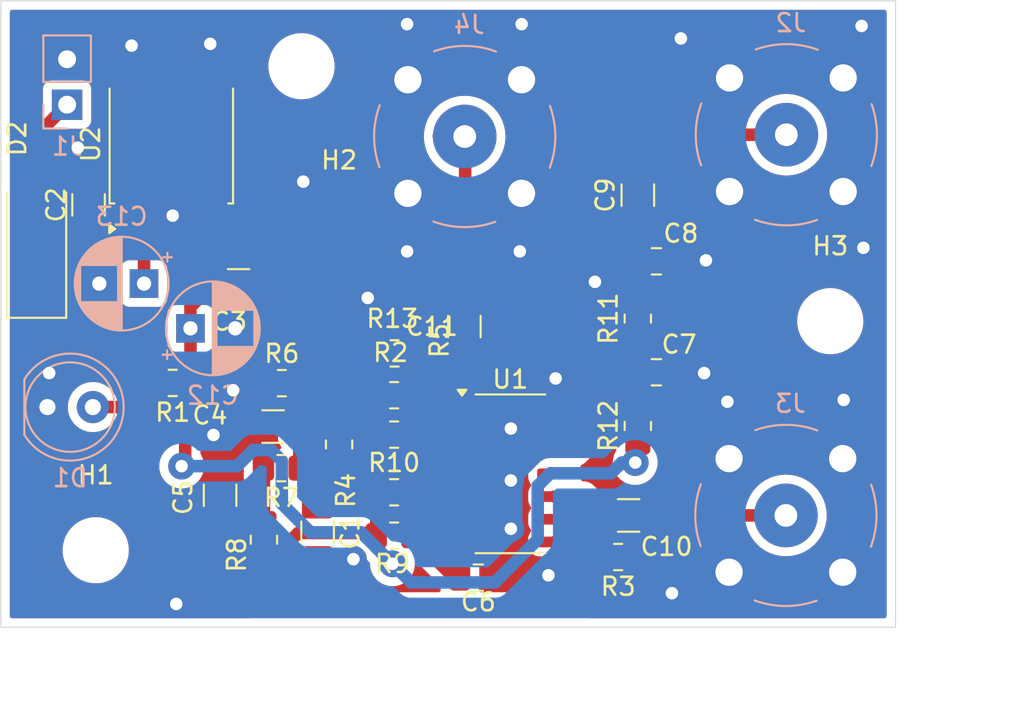
<source format=kicad_pcb>
(kicad_pcb (version 20240108) (generator "pcbnew") (generator_version "8.0")
  (layers (0 "F.Cu" power) (31 "B.Cu" signal) (34 "B.Paste" user) (35 "F.Paste" user) (36 "B.SilkS" user "B.Silkscreen") (37 "F.SilkS" user "F.Silkscreen") (38 "B.Mask" user) (39 "F.Mask" user) (44 "Edge.Cuts" user))
  (net 0 "")
  (net 1 "Net-(U1-SIG_IN)")
  (net 2 "GND")
  (net 3 "/V_IN")
  (net 4 "+12V")
  (net 5 "Net-(C4-Pad1)")
  (net 6 "Net-(D2-A)")
  (net 7 "Net-(C6-Pad1)")
  (net 8 "/OUTPUT")
  (net 9 "/CARRIER")
  (net 10 "Net-(D1-A)")
  (net 11 "Net-(R13-Pad1)")
  (net 12 "Net-(U1-GAIN_ADJ_2)")
  (net 13 "Net-(U1-IN_CARRIER)")
  (net 14 "Net-(U1-BIAS)")
  (net 15 "Net-(U1-GAIN_ADJ)")
  (net 20 "/OUPUT_B")
  (net 21 "/OUTPUT_A")
  (net 22 "/CARRIER_A")
  (net 23 "/SSB_A")
  (net 24 "/SSB")
  (footprint "MountingHole:MountingHole_3.2mm_M3" (layer "F.Cu") (at 183.35 106.6)
    (property "Reference" "H3" (at 0 -4.2 0) (layer "F.SilkS"))
    (property "Value" "MountingHole")
    (pad "" np_thru_hole circle (at 0 0) (size 3.2 3.2) (drill 3.2) (layers "*.Cu" "*.Mask"))
  )
  (footprint "Resistor_SMD:R_0805_2012Metric_Pad1.20x1.40mm_HandSolder" (layer "F.Cu") (at 152.675 114.8125 180)
    (property "Reference" "R7" (at 0 -1.65 0) (layer "F.SilkS"))
    (property "Value" "820")
    (pad "1" smd roundrect (at -1 0 180) (size 1.2 1.4) (layers "F.Cu" "F.Paste" "F.Mask") (roundrect_rratio 0.208333) (net 5 "Net-(C4-Pad1)"))
    (pad "2" smd roundrect (at 1 0 180) (size 1.2 1.4) (layers "F.Cu" "F.Paste" "F.Mask") (roundrect_rratio 0.208333) (net 13 "Net-(U1-IN_CARRIER)"))
  )
  (footprint "Resistor_SMD:R_0805_2012Metric_Pad1.20x1.40mm_HandSolder" (layer "F.Cu") (at 151.7 118.8125 90)
    (property "Reference" "R8" (at -0.845 -1.52 90) (layer "F.SilkS"))
    (property "Value" "1.3k")
    (pad "1" smd roundrect (at -1 0 90) (size 1.2 1.4) (layers "F.Cu" "F.Paste" "F.Mask") (roundrect_rratio 0.208333) (net 4 "+12V"))
    (pad "2" smd roundrect (at 1 0 90) (size 1.2 1.4) (layers "F.Cu" "F.Paste" "F.Mask") (roundrect_rratio 0.208333) (net 13 "Net-(U1-IN_CARRIER)"))
  )
  (footprint "Resistor_SMD:R_0805_2012Metric_Pad1.20x1.40mm_HandSolder" (layer "F.Cu") (at 171.495 119.78 180)
    (property "Reference" "R3" (at 0 -1.65 0) (layer "F.SilkS"))
    (property "Value" "51")
    (pad "1" smd roundrect (at -1 0 180) (size 1.2 1.4) (layers "F.Cu" "F.Paste" "F.Mask") (roundrect_rratio 0.208333) (net 22 "/CARRIER_A"))
    (pad "2" smd roundrect (at 1 0 180) (size 1.2 1.4) (layers "F.Cu" "F.Paste" "F.Mask") (roundrect_rratio 0.208333) (net 13 "Net-(U1-IN_CARRIER)"))
  )
  (footprint "Resistor_SMD:R_0805_2012Metric_Pad1.20x1.40mm_HandSolder" (layer "F.Cu") (at 158.975 110.7375)
    (property "Reference" "R13" (at -0.095 -4.28 0) (layer "F.SilkS"))
    (property "Value" "51")
    (pad "1" smd roundrect (at -1 0) (size 1.2 1.4) (layers "F.Cu" "F.Paste" "F.Mask") (roundrect_rratio 0.208333) (net 11 "Net-(R13-Pad1)"))
    (pad "2" smd roundrect (at 1 0) (size 1.2 1.4) (layers "F.Cu" "F.Paste" "F.Mask") (roundrect_rratio 0.208333) (net 15 "Net-(U1-GAIN_ADJ)"))
  )
  (footprint "Inductor_SMD:L_1206_3216Metric_Pad1.42x1.75mm_HandSolder" (layer "F.Cu") (at 149.25 116.325 90)
    (property "Reference" "C5" (at -0.1325 -2.07 90) (layer "F.SilkS"))
    (property "Value" "100n")
    (pad "1" smd roundrect (at -1.4875 0 90) (size 1.425 1.75) (layers "F.Cu" "F.Paste" "F.Mask") (roundrect_rratio 0.175439) (net 13 "Net-(U1-IN_CARRIER)"))
    (pad "2" smd roundrect (at 1.4875 0 90) (size 1.425 1.75) (layers "F.Cu" "F.Paste" "F.Mask") (roundrect_rratio 0.175439) (net 2 "GND"))
  )
  (footprint "Inductor_SMD:L_1206_3216Metric_Pad1.42x1.75mm_HandSolder" (layer "F.Cu") (at 172.0825 117.455 180)
    (property "Reference" "C10" (at -2.1175 -1.745 0) (layer "F.SilkS"))
    (property "Value" "100n")
    (pad "1" smd roundrect (at -1.4875 0 180) (size 1.425 1.75) (layers "F.Cu" "F.Paste" "F.Mask") (roundrect_rratio 0.175439) (net 9 "/CARRIER"))
    (pad "2" smd roundrect (at 1.4875 0 180) (size 1.425 1.75) (layers "F.Cu" "F.Paste" "F.Mask") (roundrect_rratio 0.175439) (net 22 "/CARRIER_A"))
  )
  (footprint "Inductor_SMD:L_1206_3216Metric_Pad1.42x1.75mm_HandSolder" (layer "F.Cu") (at 162.9 106.9 90)
    (property "Reference" "C11" (at 0 -1.82 0) (layer "F.SilkS"))
    (property "Value" "100n")
    (pad "1" smd roundrect (at -1.4875 0 90) (size 1.425 1.75) (layers "F.Cu" "F.Paste" "F.Mask") (roundrect_rratio 0.175439) (net 23 "/SSB_A"))
    (pad "2" smd roundrect (at 1.4875 0 90) (size 1.425 1.75) (layers "F.Cu" "F.Paste" "F.Mask") (roundrect_rratio 0.175439) (net 24 "/SSB"))
  )
  (footprint "MountingHole:MountingHole_3.2mm_M3" (layer "F.Cu") (at 153.8 92.35)
    (property "Reference" "H2" (at 2.1 5.25 0) (layer "F.SilkS"))
    (property "Value" "MountingHole")
    (pad "" np_thru_hole circle (at 0 0) (size 3.2 3.2) (drill 3.2) (layers "*.Cu" "*.Mask"))
  )
  (footprint "Capacitor_SMD:C_0805_2012Metric_Pad1.18x1.45mm_HandSolder" (layer "F.Cu") (at 173.6325 103.255)
    (property "Reference" "C8" (at 1.3675 -1.555 0) (layer "F.SilkS"))
    (property "Value" "4.7n")
    (pad "1" smd roundrect (at -1.0375 0) (size 1.175 1.45) (layers "F.Cu" "F.Paste" "F.Mask") (roundrect_rratio 0.212766) (net 21 "/OUTPUT_A"))
    (pad "2" smd roundrect (at 1.0375 0) (size 1.175 1.45) (layers "F.Cu" "F.Paste" "F.Mask") (roundrect_rratio 0.212766) (net 2 "GND"))
  )
  (footprint "Diode_SMD:D_SMA_Handsoldering" (layer "F.Cu") (at 139 101.9 90)
    (property "Reference" "D2" (at 5.5 -1.1 90) (layer "F.SilkS"))
    (property "Value" "1N4007")
    (pad "1" smd roundrect (at -2.5 0 90) (size 3.5 1.8) (layers "F.Cu" "F.Paste" "F.Mask") (roundrect_rratio 0.1388888889) (net 3 "/V_IN"))
    (pad "2" smd roundrect (at 2.5 0 90) (size 3.5 1.8) (layers "F.Cu" "F.Paste" "F.Mask") (roundrect_rratio 0.1388888889) (net 6 "Net-(D2-A)"))
  )
  (footprint "Resistor_SMD:R_0805_2012Metric_Pad1.20x1.40mm_HandSolder" (layer "F.Cu") (at 172.595 106.455 90)
    (property "Reference" "R11" (at 0 -1.65 90) (layer "F.SilkS"))
    (property "Value" "1k")
    (pad "1" smd roundrect (at -1 0 90) (size 1.2 1.4) (layers "F.Cu" "F.Paste" "F.Mask") (roundrect_rratio 0.208333) (net 20 "/OUPUT_B"))
    (pad "2" smd roundrect (at 1 0 90) (size 1.2 1.4) (layers "F.Cu" "F.Paste" "F.Mask") (roundrect_rratio 0.208333) (net 21 "/OUTPUT_A"))
  )
  (footprint "Resistor_SMD:R_0805_2012Metric_Pad1.20x1.40mm_HandSolder" (layer "F.Cu") (at 159 108.4)
    (property "Reference" "R5" (at 2.505 -0.72 90) (layer "F.SilkS"))
    (property "Value" "1k")
    (pad "1" smd roundrect (at -1 0) (size 1.2 1.4) (layers "F.Cu" "F.Paste" "F.Mask") (roundrect_rratio 0.208333) (net 5 "Net-(C4-Pad1)"))
    (pad "2" smd roundrect (at 1 0) (size 1.2 1.4) (layers "F.Cu" "F.Paste" "F.Mask") (roundrect_rratio 0.208333) (net 23 "/SSB_A"))
  )
  (footprint "Inductor_SMD:L_1206_3216Metric_Pad1.42x1.75mm_HandSolder" (layer "F.Cu") (at 152.2125 112.4875 180)
    (property "Reference" "C4" (at 3.5325 0.63 0) (layer "F.SilkS"))
    (property "Value" "100n")
    (pad "1" smd roundrect (at -1.4875 0 180) (size 1.425 1.75) (layers "F.Cu" "F.Paste" "F.Mask") (roundrect_rratio 0.175439) (net 5 "Net-(C4-Pad1)"))
    (pad "2" smd roundrect (at 1.4875 0 180) (size 1.425 1.75) (layers "F.Cu" "F.Paste" "F.Mask") (roundrect_rratio 0.175439) (net 2 "GND"))
  )
  (footprint "Inductor_SMD:L_1206_3216Metric_Pad1.42x1.75mm_HandSolder" (layer "F.Cu") (at 150.2875 104.6)
    (property "Reference" "C3" (at -0.5111 2.019 360) (layer "F.SilkS"))
    (property "Value" "100n")
    (pad "1" smd roundrect (at -1.4875 0) (size 1.425 1.75) (layers "F.Cu" "F.Paste" "F.Mask") (roundrect_rratio 0.175439) (net 4 "+12V"))
    (pad "2" smd roundrect (at 1.4875 0) (size 1.425 1.75) (layers "F.Cu" "F.Paste" "F.Mask") (roundrect_rratio 0.175439) (net 2 "GND"))
  )
  (footprint "Inductor_SMD:L_1206_3216Metric_Pad1.42x1.75mm_HandSolder" (layer "F.Cu") (at 154.7 118.4 -90)
    (property "Reference" "C1" (at 0 -1.82 90) (layer "F.SilkS"))
    (property "Value" "100n")
    (pad "1" smd roundrect (at -1.4875 0 270) (size 1.425 1.75) (layers "F.Cu" "F.Paste" "F.Mask") (roundrect_rratio 0.175439) (net 1 "Net-(U1-SIG_IN)"))
    (pad "2" smd roundrect (at 1.4875 0 270) (size 1.425 1.75) (layers "F.Cu" "F.Paste" "F.Mask") (roundrect_rratio 0.175439) (net 2 "GND"))
  )
  (footprint "Capacitor_SMD:C_0805_2012Metric_Pad1.18x1.45mm_HandSolder" (layer "F.Cu") (at 173.6325 109.455)
    (property "Reference" "C7" (at 1.2675 -1.555 0) (layer "F.SilkS"))
    (property "Value" "4.7n")
    (pad "1" smd roundrect (at -1.0375 0) (size 1.175 1.45) (layers "F.Cu" "F.Paste" "F.Mask") (roundrect_rratio 0.212766) (net 20 "/OUPUT_B"))
    (pad "2" smd roundrect (at 1.0375 0) (size 1.175 1.45) (layers "F.Cu" "F.Paste" "F.Mask") (roundrect_rratio 0.212766) (net 2 "GND"))
  )
  (footprint "Resistor_SMD:R_0805_2012Metric_Pad1.20x1.40mm_HandSolder" (layer "F.Cu") (at 146.6 110.05 180)
    (property "Reference" "R1" (at 0 -1.65 0) (layer "F.SilkS"))
    (property "Value" "1k")
    (pad "1" smd roundrect (at -1 0 180) (size 1.2 1.4) (layers "F.Cu" "F.Paste" "F.Mask") (roundrect_rratio 0.208333) (net 4 "+12V"))
    (pad "2" smd roundrect (at 1 0 180) (size 1.2 1.4) (layers "F.Cu" "F.Paste" "F.Mask") (roundrect_rratio 0.208333) (net 10 "Net-(D1-A)"))
  )
  (footprint "Resistor_SMD:R_0805_2012Metric_Pad1.20x1.40mm_HandSolder" (layer "F.Cu") (at 152.7 110.0625)
    (property "Reference" "R6" (at 0 -1.65 0) (layer "F.SilkS"))
    (property "Value" "1k")
    (pad "1" smd roundrect (at -1 0) (size 1.2 1.4) (layers "F.Cu" "F.Paste" "F.Mask") (roundrect_rratio 0.208333) (net 2 "GND"))
    (pad "2" smd roundrect (at 1 0) (size 1.2 1.4) (layers "F.Cu" "F.Paste" "F.Mask") (roundrect_rratio 0.208333) (net 5 "Net-(C4-Pad1)"))
  )
  (footprint "Capacitor_SMD:C_0805_2012Metric_Pad1.18x1.45mm_HandSolder" (layer "F.Cu") (at 163.6825 120.93)
    (property "Reference" "C6" (at 0 1.37 0) (layer "F.SilkS"))
    (property "Value" "4.7n")
    (pad "1" smd roundrect (at -1.0375 0) (size 1.175 1.45) (layers "F.Cu" "F.Paste" "F.Mask") (roundrect_rratio 0.212766) (net 7 "Net-(C6-Pad1)"))
    (pad "2" smd roundrect (at 1.0375 0) (size 1.175 1.45) (layers "F.Cu" "F.Paste" "F.Mask") (roundrect_rratio 0.212766) (net 2 "GND"))
  )
  (footprint "Resistor_SMD:R_0805_2012Metric_Pad1.20x1.40mm_HandSolder" (layer "F.Cu") (at 158.975 116.1625)
    (property "Reference" "R10" (at 0 -1.65 0) (layer "F.SilkS"))
    (property "Value" "10k")
    (pad "1" smd roundrect (at -1 0) (size 1.2 1.4) (layers "F.Cu" "F.Paste" "F.Mask") (roundrect_rratio 0.208333) (net 4 "+12V"))
    (pad "2" smd roundrect (at 1 0) (size 1.2 1.4) (layers "F.Cu" "F.Paste" "F.Mask") (roundrect_rratio 0.208333) (net 14 "Net-(U1-BIAS)"))
  )
  (footprint "Inductor_SMD:L_1206_3216Metric_Pad1.42x1.75mm_HandSolder" (layer "F.Cu") (at 141.9 100.1 90)
    (property "Reference" "C2" (at 0 -1.82 90) (layer "F.SilkS"))
    (property "Value" "100n")
    (pad "1" smd roundrect (at -1.4875 0 90) (size 1.425 1.75) (layers "F.Cu" "F.Paste" "F.Mask") (roundrect_rratio 0.175439) (net 3 "/V_IN"))
    (pad "2" smd roundrect (at 1.4875 0 90) (size 1.425 1.75) (layers "F.Cu" "F.Paste" "F.Mask") (roundrect_rratio 0.175439) (net 2 "GND"))
  )
  (footprint "Inductor_SMD:L_1206_3216Metric_Pad1.42x1.75mm_HandSolder" (layer "F.Cu") (at 172.595 99.555 90)
    (property "Reference" "C9" (at 0 -1.82 90) (layer "F.SilkS"))
    (property "Value" "100n")
    (pad "1" smd roundrect (at -1.4875 0 90) (size 1.425 1.75) (layers "F.Cu" "F.Paste" "F.Mask") (roundrect_rratio 0.175439) (net 21 "/OUTPUT_A"))
    (pad "2" smd roundrect (at 1.4875 0 90) (size 1.425 1.75) (layers "F.Cu" "F.Paste" "F.Mask") (roundrect_rratio 0.175439) (net 8 "/OUTPUT"))
  )
  (footprint "Resistor_SMD:R_0805_2012Metric_Pad1.20x1.40mm_HandSolder" (layer "F.Cu") (at 155.9 113.4875 -90)
    (property "Reference" "R4" (at 2.57 -0.38 90) (layer "F.SilkS"))
    (property "Value" "1k")
    (pad "1" smd roundrect (at -1 0 270) (size 1.2 1.4) (layers "F.Cu" "F.Paste" "F.Mask") (roundrect_rratio 0.208333) (net 5 "Net-(C4-Pad1)"))
    (pad "2" smd roundrect (at 1 0 270) (size 1.2 1.4) (layers "F.Cu" "F.Paste" "F.Mask") (roundrect_rratio 0.208333) (net 1 "Net-(U1-SIG_IN)"))
  )
  (footprint "Resistor_SMD:R_0805_2012Metric_Pad1.20x1.40mm_HandSolder" (layer "F.Cu") (at 172.595 112.455 90)
    (property "Reference" "R12" (at 0 -1.65 90) (layer "F.SilkS"))
    (property "Value" "3k")
    (pad "1" smd roundrect (at -1 0 90) (size 1.2 1.4) (layers "F.Cu" "F.Paste" "F.Mask") (roundrect_rratio 0.208333) (net 4 "+12V"))
    (pad "2" smd roundrect (at 1 0 90) (size 1.2 1.4) (layers "F.Cu" "F.Paste" "F.Mask") (roundrect_rratio 0.208333) (net 20 "/OUPUT_B"))
  )
  (footprint "MountingHole:MountingHole_3.2mm_M3" (layer "F.Cu") (at 142.3 119.4)
    (property "Reference" "H1" (at 0 -4.2 0) (layer "F.SilkS"))
    (property "Value" "MountingHole")
    (pad "" np_thru_hole circle (at 0 0) (size 3.2 3.2) (drill 3.2) (layers "*.Cu" "*.Mask"))
  )
  (footprint "Package_TO_SOT_SMD:TO-252-2" (layer "F.Cu") (at 146.525 96.71 90)
    (property "Reference" "U2" (at 0 -4.5 90) (layer "F.SilkS"))
    (property "Value" "L7812")
    (pad "1" smd roundrect (at -5.04 -2.28 90) (size 2.2 1.2) (layers "F.Cu" "F.Paste" "F.Mask") (roundrect_rratio 0.208333) (net 3 "/V_IN"))
    (pad "2" smd roundrect (at -0.415 -1.525 90) (size 3.05 2.75) (layers "F.Cu" "F.Paste") (roundrect_rratio 0.090909) (net 2 "GND"))
    (pad "2" smd roundrect (at -0.415 1.525 90) (size 3.05 2.75) (layers "F.Cu" "F.Paste") (roundrect_rratio 0.090909) (net 2 "GND"))
    (pad "2" smd roundrect (at 1.26 0 90) (size 6.4 5.8) (layers "F.Cu" "F.Mask") (roundrect_rratio 0.043103) (net 2 "GND"))
    (pad "2" smd roundrect (at 2.935 -1.525 90) (size 3.05 2.75) (layers "F.Cu" "F.Paste") (roundrect_rratio 0.090909) (net 2 "GND"))
    (pad "2" smd roundrect (at 2.935 1.525 90) (size 3.05 2.75) (layers "F.Cu" "F.Paste") (roundrect_rratio 0.090909) (net 2 "GND"))
    (pad "3" smd roundrect (at -5.04 2.28 90) (size 2.2 1.2) (layers "F.Cu" "F.Paste" "F.Mask") (roundrect_rratio 0.208333) (net 4 "+12V"))
  )
  (footprint "Resistor_SMD:R_0805_2012Metric_Pad1.20x1.40mm_HandSolder" (layer "F.Cu") (at 158.975 112.9375)
    (property "Reference" "R2" (at -0.195 -4.58 0) (layer "F.SilkS"))
    (property "Value" "51")
    (pad "1" smd roundrect (at -1 0) (size 1.2 1.4) (layers "F.Cu" "F.Paste" "F.Mask") (roundrect_rratio 0.208333) (net 11 "Net-(R13-Pad1)"))
    (pad "2" smd roundrect (at 1 0) (size 1.2 1.4) (layers "F.Cu" "F.Paste" "F.Mask") (roundrect_rratio 0.208333) (net 12 "Net-(U1-GAIN_ADJ_2)"))
  )
  (footprint "Resistor_SMD:R_0805_2012Metric_Pad1.20x1.40mm_HandSolder" (layer "F.Cu") (at 158.975 118.5875)
    (property "Reference" "R9" (at -0.095 1.57 0) (layer "F.SilkS"))
    (property "Value" "3k")
    (pad "1" smd roundrect (at -1 0) (size 1.2 1.4) (layers "F.Cu" "F.Paste" "F.Mask") (roundrect_rratio 0.208333) (net 4 "+12V"))
    (pad "2" smd roundrect (at 1 0) (size 1.2 1.4) (layers "F.Cu" "F.Paste" "F.Mask") (roundrect_rratio 0.208333) (net 7 "Net-(C6-Pad1)"))
  )
  (footprint "Package_SO:SOIC-14_3.9x8.7mm_P1.27mm" (layer "F.Cu") (at 165.47 115.13)
    (property "Reference" "U1" (at 0 -5.28 0) (layer "F.SilkS"))
    (property "Value" "MC1496D")
    (pad "1" smd roundrect (at -2.475 -3.81) (size 1.95 0.6) (layers "F.Cu" "F.Paste" "F.Mask") (net 23 "/SSB_A"))
    (pad "2" smd roundrect (at -2.475 -2.54) (size 1.95 0.6) (layers "F.Cu" "F.Paste" "F.Mask") (net 15 "Net-(U1-GAIN_ADJ)"))
    (pad "3" smd roundrect (at -2.475 -1.27) (size 1.95 0.6) (layers "F.Cu" "F.Paste" "F.Mask") (net 12 "Net-(U1-GAIN_ADJ_2)"))
    (pad "4" smd roundrect (at -2.475 0) (size 1.95 0.6) (layers "F.Cu" "F.Paste" "F.Mask") (net 1 "Net-(U1-SIG_IN)"))
    (pad "5" smd roundrect (at -2.475 1.27) (size 1.95 0.6) (layers "F.Cu" "F.Paste" "F.Mask") (net 14 "Net-(U1-BIAS)"))
    (pad "6" smd roundrect (at -2.475 2.54) (size 1.95 0.6) (layers "F.Cu" "F.Paste" "F.Mask") (net 7 "Net-(C6-Pad1)"))
    (pad "7" smd roundrect (at -2.475 3.81) (size 1.95 0.6) (layers "F.Cu" "F.Paste" "F.Mask"))
    (pad "8" smd roundrect (at 2.475 3.81) (size 1.95 0.6) (layers "F.Cu" "F.Paste" "F.Mask") (net 13 "Net-(U1-IN_CARRIER)"))
    (pad "9" smd roundrect (at 2.475 2.54) (size 1.95 0.6) (layers "F.Cu" "F.Paste" "F.Mask"))
    (pad "10" smd roundrect (at 2.475 1.27) (size 1.95 0.6) (layers "F.Cu" "F.Paste" "F.Mask") (net 22 "/CARRIER_A"))
    (pad "11" smd roundrect (at 2.475 0) (size 1.95 0.6) (layers "F.Cu" "F.Paste" "F.Mask"))
    (pad "12" smd roundrect (at 2.475 -1.27) (size 1.95 0.6) (layers "F.Cu" "F.Paste" "F.Mask") (net 20 "/OUPUT_B"))
    (pad "13" smd roundrect (at 2.475 -2.54) (size 1.95 0.6) (layers "F.Cu" "F.Paste" "F.Mask"))
    (pad "14" smd roundrect (at 2.475 -3.81) (size 1.95 0.6) (layers "F.Cu" "F.Paste" "F.Mask") (net 2 "GND"))
  )
  (footprint "Connector_PinHeader_2.54mm:PinHeader_1x02_P2.54mm_Vertical" (layer "B.Cu") (at 140.7 94.5)
    (property "Reference" "J1" (at 0 2.33 0) (layer "B.SilkS") (effects (justify mirror)))
    (property "Value" "POWER")
    (pad "1" thru_hole rect (at 0 0) (size 1.7 1.7) (drill 1) (layers "*.Cu" "*.Mask") (net 6 "Net-(D2-A)"))
    (pad "2" thru_hole oval (at 0 -2.54) (size 1.7 1.7) (drill 1) (layers "*.Cu" "*.Mask") (net 2 "GND"))
  )
  (footprint "Connector_Coaxial:BNC_TEConnectivity_1478204_Vertical" (layer "B.Cu") (at 180.895 96.18 180)
    (property "Reference" "J2" (at -0.25 6.25 0) (layer "B.SilkS") (effects (justify mirror)))
    (property "Value" "OUTPUT")
    (pad "1" thru_hole circle (at 0 0 180) (size 3.556 3.556) (drill 1.27) (layers "*.Cu" "*.Mask") (net 8 "/OUTPUT"))
    (pad "2" thru_hole circle (at -3.175 -3.175 180) (size 3.81 3.81) (drill 1.524) (layers "*.Cu" "*.Mask") (net 2 "GND"))
    (pad "2" thru_hole circle (at -3.175 3.175 180) (size 3.81 3.81) (drill 1.524) (layers "*.Cu" "*.Mask") (net 2 "GND"))
    (pad "2" thru_hole circle (at 3.175 -3.175 180) (size 3.81 3.81) (drill 1.524) (layers "*.Cu" "*.Mask") (net 2 "GND"))
    (pad "2" thru_hole circle (at 3.175 3.175 180) (size 3.81 3.81) (drill 1.524) (layers "*.Cu" "*.Mask") (net 2 "GND"))
  )
  (footprint "Connector_Coaxial:BNC_TEConnectivity_1478204_Vertical" (layer "B.Cu") (at 162.92 96.28 180)
    (property "Reference" "J4" (at -0.25 6.25 0) (layer "B.SilkS") (effects (justify mirror)))
    (property "Value" "SSB_IN" (hide yes))
    (pad "1" thru_hole circle (at 0 0 180) (size 3.556 3.556) (drill 1.27) (layers "*.Cu" "*.Mask") (net 24 "/SSB"))
    (pad "2" thru_hole circle (at -3.175 -3.175 180) (size 3.81 3.81) (drill 1.524) (layers "*.Cu" "*.Mask") (net 2 "GND"))
    (pad "2" thru_hole circle (at -3.175 3.175 180) (size 3.81 3.81) (drill 1.524) (layers "*.Cu" "*.Mask") (net 2 "GND"))
    (pad "2" thru_hole circle (at 3.175 -3.175 180) (size 3.81 3.81) (drill 1.524) (layers "*.Cu" "*.Mask") (net 2 "GND"))
    (pad "2" thru_hole circle (at 3.175 3.175 180) (size 3.81 3.81) (drill 1.524) (layers "*.Cu" "*.Mask") (net 2 "GND"))
  )
  (footprint "Connector_Coaxial:BNC_TEConnectivity_1478204_Vertical" (layer "B.Cu") (at 180.87 117.455 180)
    (property "Reference" "J3" (at -0.25 6.25 0) (layer "B.SilkS") (effects (justify mirror)))
    (property "Value" "CARRIER_IN")
    (pad "1" thru_hole circle (at 0 0 180) (size 3.556 3.556) (drill 1.27) (layers "*.Cu" "*.Mask") (net 9 "/CARRIER"))
    (pad "2" thru_hole circle (at -3.175 -3.175 180) (size 3.81 3.81) (drill 1.524) (layers "*.Cu" "*.Mask") (net 2 "GND"))
    (pad "2" thru_hole circle (at -3.175 3.175 180) (size 3.81 3.81) (drill 1.524) (layers "*.Cu" "*.Mask") (net 2 "GND"))
    (pad "2" thru_hole circle (at 3.175 -3.175 180) (size 3.81 3.81) (drill 1.524) (layers "*.Cu" "*.Mask") (net 2 "GND"))
    (pad "2" thru_hole circle (at 3.175 3.175 180) (size 3.81 3.81) (drill 1.524) (layers "*.Cu" "*.Mask") (net 2 "GND"))
  )
  (footprint "LED_THT:LED_D5.0mm" (layer "B.Cu") (at 139.6 111.4)
    (property "Reference" "D1" (at 1.27 3.96 0) (layer "B.SilkS") (effects (justify mirror)))
    (property "Value" "LED")
    (pad "1" thru_hole rect (at 0 0) (size 1.8 1.8) (drill 0.9) (layers "*.Cu" "*.Mask") (net 2 "GND"))
    (pad "2" thru_hole circle (at 2.54 0) (size 1.8 1.8) (drill 0.9) (layers "*.Cu" "*.Mask") (net 10 "Net-(D1-A)"))
  )
  (footprint "Capacitor_THT:CP_Radial_D5.0mm_P2.50mm" (layer "B.Cu") (at 145 104.5 180)
    (property "Reference" "C13" (at 1.25 3.75 360) (layer "B.SilkS") (effects (justify mirror)))
    (property "Value" "10u")
    (pad "1" thru_hole rect (at 0 0 180) (size 1.6 1.6) (drill 0.8) (layers "*.Cu" "*.Mask") (net 3 "/V_IN"))
    (pad "2" thru_hole circle (at 2.5 0 180) (size 1.6 1.6) (drill 0.8) (layers "*.Cu" "*.Mask") (net 2 "GND"))
  )
  (footprint "Capacitor_THT:CP_Radial_D5.0mm_P2.50mm" (layer "B.Cu") (at 147.594888 107)
    (property "Reference" "C12" (at 1.25 3.75 360) (layer "B.SilkS") (effects (justify mirror)))
    (property "Value" "10u")
    (pad "1" thru_hole rect (at 0 0) (size 1.6 1.6) (drill 0.8) (layers "*.Cu" "*.Mask") (net 4 "+12V"))
    (pad "2" thru_hole circle (at 2.5 0) (size 1.6 1.6) (drill 0.8) (layers "*.Cu" "*.Mask") (net 2 "GND"))
  )
  (gr_rect (start 137 88.7) (end 187 123.7) (stroke (width 0.05)) (fill none) (layer "Edge.Cuts"))
  (segment (start 161.2175 115.13) (end 160.65 114.5625) (width 0.7) (layer "F.Cu") (net 1))
  (segment (start 162.995 115.13) (end 161.2175 115.13) (width 0.7) (layer "F.Cu") (net 1))
  (segment (start 160.65 114.5625) (end 156.25 114.5625) (width 0.7) (layer "F.Cu") (net 1))
  (segment (start 155.9 114.4875) (end 155.9 115.7125) (width 0.7) (layer "F.Cu") (net 1))
  (segment (start 155.9 115.7125) (end 154.7 116.9125) (width 0.7) (layer "F.Cu") (net 1))
  (segment (start 156.6875 119.8875) (end 154.7 119.8875) (width 0.7) (layer "F.Cu") (net 2))
  (segment (start 156.7 119.9) (end 156.6875 119.8875) (width 0.7) (layer "F.Cu") (net 2))
  (via (at 176.4 103.2) (size 1.5) (drill 0.7) (layers "F.Cu" "B.Cu") (net 2))
  (via (at 148.7 91.1) (size 1.5) (drill 0.7) (layers "F.Cu" "B.Cu") (net 2))
  (via (at 156.7 119.9) (size 1.5) (drill 0.7) (layers "F.Cu" "B.Cu") (net 2))
  (via (at 176.3 109.5) (size 1.5) (drill 0.7) (layers "F.Cu" "B.Cu") (net 2))
  (via (at 159.7 102.7) (size 1.5) (drill 0.7) (layers "F.Cu" "B.Cu") (net 2))
  (via (at 159.7 90) (size 1.5) (drill 0.7) (layers "F.Cu" "B.Cu") (net 2))
  (via (at 175 90.8) (size 1.5) (drill 0.7) (layers "F.Cu" "B.Cu") (net 2))
  (via (at 166 102.7) (size 1.5) (drill 0.7) (layers "F.Cu" "B.Cu") (net 2))
  (via (at 149.98 110.4575) (size 1.5) (drill 0.7) (layers "F.Cu" "B.Cu") (net 2))
  (via (at 153.9 98.8) (size 1.5) (drill 0.7) (layers "F.Cu" "B.Cu") (net 2))
  (via (at 165.5 112.6) (size 1.5) (drill 0.7) (layers "F.Cu" "B.Cu") (net 2))
  (via (at 165.5 115.5) (size 1.5) (drill 0.7) (layers "F.Cu" "B.Cu") (net 2))
  (via (at 167.6 120.8) (size 1.5) (drill 0.7) (layers "F.Cu" "B.Cu") (net 2))
  (via (at 166.1 90) (size 1.5) (drill 0.7) (layers "F.Cu" "B.Cu") (net 2))
  (via (at 139.7 109.5) (size 1.5) (drill 0.7) (layers "F.Cu" "B.Cu") (net 2))
  (via (at 146.6 100.7) (size 1.5) (drill 0.7) (layers "F.Cu" "B.Cu") (net 2))
  (via (at 177.6 111.1) (size 1.5) (drill 0.7) (layers "F.Cu" "B.Cu") (net 2))
  (via (at 148.88 112.9575) (size 1.5) (drill 0.7) (layers "F.Cu" "B.Cu") (net 2))
  (via (at 141.3 96.9) (size 1.5) (drill 0.7) (layers "F.Cu" "B.Cu") (net 2))
  (via (at 184.1 111) (size 1.5) (drill 0.7) (layers "F.Cu" "B.Cu") (net 2))
  (via (at 185.1 90.1) (size 1.5) (drill 0.7) (layers "F.Cu" "B.Cu") (net 2))
  (via (at 185.2 102.5) (size 1.5) (drill 0.7) (layers "F.Cu" "B.Cu") (net 2))
  (via (at 144.3 91.2) (size 1.5) (drill 0.7) (layers "F.Cu" "B.Cu") (net 2))
  (via (at 170.2 104.4) (size 1.5) (drill 0.7) (layers "F.Cu" "B.Cu") (net 2))
  (via (at 174.5 121.8) (size 1.5) (drill 0.7) (layers "F.Cu" "B.Cu") (net 2))
  (via (at 168 109.8) (size 1.5) (drill 0.7) (layers "F.Cu" "B.Cu") (net 2))
  (via (at 157.5 105.3) (size 1.5) (drill 0.7) (layers "F.Cu" "B.Cu") (net 2))
  (via (at 146.8 122.4) (size 1.5) (drill 0.7) (layers "F.Cu" "B.Cu") (net 2))
  (via (at 165.5 118.2) (size 1.5) (drill 0.7) (layers "F.Cu" "B.Cu") (net 2))
  (segment (start 139.0875 104.4) (end 141.9 101.5875) (width 0.7) (layer "F.Cu") (net 3))
  (segment (start 145 102.505) (end 144.245 101.75) (width 0.7) (layer "F.Cu") (net 3))
  (segment (start 145 104.5) (end 145 102.505) (width 0.7) (layer "F.Cu") (net 3))
  (segment (start 139 104.4) (end 139.0875 104.4) (width 0.7) (layer "F.Cu") (net 3))
  (segment (start 141.9 101.5875) (end 142.0625 101.75) (width 0.7) (layer "F.Cu") (net 3))
  (segment (start 142.0625 101.75) (end 144.245 101.75) (width 0.7) (layer "F.Cu") (net 3))
  (segment (start 147.3 110.35) (end 147.6 110.05) (width 0.7) (layer "F.Cu") (net 4))
  (segment (start 147.594888 105.805112) (end 148.8 104.6) (width 0.7) (layer "F.Cu") (net 4))
  (segment (start 147.594888 107) (end 147.594888 105.805112) (width 0.7) (layer "F.Cu") (net 4))
  (segment (start 157.975 118.5875) (end 157.975 116.1625) (width 0.7) (layer "F.Cu") (net 4))
  (segment (start 172.595 114.355) (end 172.45 114.5) (width 0.7) (layer "F.Cu") (net 4))
  (segment (start 147.3 114.5) (end 147.3 110.35) (width 0.7) (layer "F.Cu") (net 4))
  (segment (start 151.7 119.8125) (end 152.2375 119.8125) (width 0.7) (layer "F.Cu") (net 4))
  (segment (start 152.2375 119.8125) (end 153.6125 118.4375) (width 0.7) (layer "F.Cu") (net 4))
  (segment (start 147.594888 107) (end 147.594888 110.044888) (width 0.7) (layer "F.Cu") (net 4))
  (segment (start 157.975 118.5875) (end 157.975 119.2525) (width 0.7) (layer "F.Cu") (net 4))
  (segment (start 147.1 114.7) (end 147.3 114.5) (width 0.7) (layer "F.Cu") (net 4))
  (segment (start 157.825 118.4375) (end 157.975 118.5875) (width 0.7) (layer "F.Cu") (net 4))
  (segment (start 172.595 113.455) (end 172.595 114.355) (width 0.7) (layer "F.Cu") (net 4))
  (segment (start 147.594888 110.044888) (end 147.6 110.05) (width 0.7) (layer "F.Cu") (net 4))
  (segment (start 148.805 104.595) (end 148.8 104.6) (width 0.7) (layer "F.Cu") (net 4))
  (segment (start 157.975 119.2525) (end 158.88 120.1575) (width 0.7) (layer "F.Cu") (net 4))
  (segment (start 153.6125 118.4375) (end 157.825 118.4375) (width 0.7) (layer "F.Cu") (net 4))
  (segment (start 148.805 101.75) (end 148.805 104.595) (width 0.7) (layer "F.Cu") (net 4))
  (via (at 147.1 114.7) (size 1.5) (drill 0.7) (layers "F.Cu" "B.Cu") (net 4))
  (via (at 158.88 120.1575) (size 1.5) (drill 0.7) (layers "F.Cu" "B.Cu") (net 4))
  (via (at 172.45 114.5) (size 1.5) (drill 0.7) (layers "F.Cu" "B.Cu") (net 4))
  (segment (start 152.7 114.4) (end 152.7 116.8) (width 0.7) (layer "B.Cu") (net 4))
  (segment (start 167 118.8) (end 164.6 121.2) (width 0.7) (layer "B.Cu") (net 4))
  (segment (start 154.3 118.4) (end 157.1225 118.4) (width 0.7) (layer "B.Cu") (net 4))
  (segment (start 167.7 115.1) (end 167 115.8) (width 0.7) (layer "B.Cu") (net 4))
  (segment (start 164.6 121.2) (end 159.9225 121.2) (width 0.7) (layer "B.Cu") (net 4))
  (segment (start 167 115.8) (end 167 118.8) (width 0.7) (layer "B.Cu") (net 4))
  (segment (start 150.2 114.7) (end 151.1 113.8) (width 0.7) (layer "B.Cu") (net 4))
  (segment (start 157.1225 118.4) (end 158.88 120.1575) (width 0.7) (layer "B.Cu") (net 4))
  (segment (start 147.1 114.7) (end 150.2 114.7) (width 0.7) (layer "B.Cu") (net 4))
  (segment (start 172.45 114.5) (end 171.7 114.5) (width 0.7) (layer "B.Cu") (net 4))
  (segment (start 152.7 116.8) (end 154.3 118.4) (width 0.7) (layer "B.Cu") (net 4))
  (segment (start 171.1 115.1) (end 167.7 115.1) (width 0.7) (layer "B.Cu") (net 4))
  (segment (start 171.7 114.5) (end 171.1 115.1) (width 0.7) (layer "B.Cu") (net 4))
  (segment (start 151.1 113.8) (end 152.1 113.8) (width 0.7) (layer "B.Cu") (net 4))
  (segment (start 152.1 113.8) (end 152.7 114.4) (width 0.7) (layer "B.Cu") (net 4))
  (segment (start 159.9225 121.2) (end 158.88 120.1575) (width 0.7) (layer "B.Cu") (net 4))
  (segment (start 153.7 112.4875) (end 155.9 112.4875) (width 0.7) (layer "F.Cu") (net 5))
  (segment (start 155.9 112.4875) (end 155.9 109.5) (width 0.7) (layer "F.Cu") (net 5))
  (segment (start 153.675 112.5125) (end 153.7 112.4875) (width 0.7) (layer "F.Cu") (net 5))
  (segment (start 155.9 109.5) (end 157 108.4) (width 0.7) (layer "F.Cu") (net 5))
  (segment (start 153.675 114.8125) (end 153.675 112.5125) (width 0.7) (layer "F.Cu") (net 5))
  (segment (start 157 108.4) (end 158 108.4) (width 0.7) (layer "F.Cu") (net 5))
  (segment (start 153.7 112.4875) (end 153.7 110.0625) (width 0.7) (layer "F.Cu") (net 5))
  (segment (start 139 99.4) (end 139.1 99.3) (width 0.7) (layer "F.Cu") (net 6))
  (segment (start 139.1 99.3) (end 139.1 96.1) (width 0.7) (layer "F.Cu") (net 6))
  (segment (start 139.1 96.1) (end 140.7 94.5) (width 0.7) (layer "F.Cu") (net 6))
  (segment (start 160.025 118.525) (end 160.0125 118.5125) (width 0.7) (layer "F.Cu") (net 7))
  (segment (start 159.975 118.5875) (end 160.8925 117.67) (width 0.7) (layer "F.Cu") (net 7))
  (segment (start 162.645 120.93) (end 162.3175 120.93) (width 0.7) (layer "F.Cu") (net 7))
  (segment (start 160.8925 117.67) (end 162.995 117.67) (width 0.7) (layer "F.Cu") (net 7))
  (segment (start 162.3175 120.93) (end 159.975 118.5875) (width 0.7) (layer "F.Cu") (net 7))
  (segment (start 173.97 96.18) (end 180.895 96.18) (width 0.7) (layer "F.Cu") (net 8))
  (segment (start 172.595 98.0675) (end 172.595 97.555) (width 0.7) (layer "F.Cu") (net 8))
  (segment (start 172.595 97.555) (end 173.97 96.18) (width 0.7) (layer "F.Cu") (net 8))
  (segment (start 180.82 116.455) (end 180.87 116.405) (width 0.7) (layer "F.Cu") (net 9))
  (segment (start 173.57 117.455) (end 180.87 117.455) (width 0.7) (layer "F.Cu") (net 9))
  (segment (start 145.6 110.05) (end 144.25 111.4) (width 0.7) (layer "F.Cu") (net 10))
  (segment (start 144.25 111.4) (end 142.14 111.4) (width 0.7) (layer "F.Cu") (net 10))
  (segment (start 157.975 112.9375) (end 157.975 110.7375) (width 0.7) (layer "F.Cu") (net 11))
  (segment (start 162.020001 113.86) (end 161.097501 112.9375) (width 0.7) (layer "F.Cu") (net 12))
  (segment (start 162.995 113.86) (end 162.020001 113.86) (width 0.7) (layer "F.Cu") (net 12))
  (segment (start 161.097501 112.9375) (end 159.975 112.9375) (width 0.7) (layer "F.Cu") (net 12))
  (segment (start 159.995 112.9175) (end 159.975 112.9375) (width 0.7) (layer "F.Cu") (net 12))
  (segment (start 169 122.6) (end 151.8225 122.6) (width 0.7) (layer "F.Cu") (net 13))
  (segment (start 151.7 114.8375) (end 151.675 114.8125) (width 0.7) (layer "F.Cu") (net 13))
  (segment (start 149.25 120.0275) (end 149.25 117.8125) (width 0.7) (layer "F.Cu") (net 13))
  (segment (start 151.8225 122.6) (end 149.25 120.0275) (width 0.7) (layer "F.Cu") (net 13))
  (segment (start 169.845 119.78) (end 170.495 119.78) (width 0.7) (layer "F.Cu") (net 13))
  (segment (start 170.495 121.105) (end 169 122.6) (width 0.7) (layer "F.Cu") (net 13))
  (segment (start 170.495 119.78) (end 170.495 121.105) (width 0.7) (layer "F.Cu") (net 13))
  (segment (start 151.7 117.8125) (end 151.7 114.8375) (width 0.7) (layer "F.Cu") (net 13))
  (segment (start 169.005 118.94) (end 169.845 119.78) (width 0.7) (layer "F.Cu") (net 13))
  (segment (start 149.25 117.8125) (end 151.7 117.8125) (width 0.7) (layer "F.Cu") (net 13))
  (segment (start 167.945 118.94) (end 169.005 118.94) (width 0.7) (layer "F.Cu") (net 13))
  (segment (start 162.995 116.4) (end 160.2125 116.4) (width 0.7) (layer "F.Cu") (net 14))
  (segment (start 160.2125 116.4) (end 159.975 116.1625) (width 0.7) (layer "F.Cu") (net 14))
  (segment (start 162.995 112.59) (end 162.022793 112.59) (width 0.7) (layer "F.Cu") (net 15))
  (segment (start 160.170293 110.7375) (end 159.975 110.7375) (width 0.7) (layer "F.Cu") (net 15))
  (segment (start 162.022793 112.59) (end 160.170293 110.7375) (width 0.7) (layer "F.Cu") (net 15))
  (segment (start 167.945 113.86) (end 169.09 113.86) (width 0.7) (layer "F.Cu") (net 20))
  (segment (start 172.595 111.455) (end 172.595 107.455) (width 0.7) (layer "F.Cu") (net 20))
  (segment (start 169.09 113.86) (end 171.495 111.455) (width 0.7) (layer "F.Cu") (net 20))
  (segment (start 171.495 111.455) (end 172.595 111.455) (width 0.7) (layer "F.Cu") (net 20))
  (segment (start 172.595 105.455) (end 172.595 101.0425) (width 0.7) (layer "F.Cu") (net 21))
  (segment (start 170.595 117.455) (end 170.77 117.455) (width 0.7) (layer "F.Cu") (net 22))
  (segment (start 170.77 117.455) (end 172.495 119.18) (width 0.7) (layer "F.Cu") (net 22))
  (segment (start 172.495 119.18) (end 172.495 119.78) (width 0.7) (layer "F.Cu") (net 22))
  (segment (start 169.54 116.4) (end 167.945 116.4) (width 0.7) (layer "F.Cu") (net 22))
  (segment (start 170.595 117.455) (end 169.54 116.4) (width 0.7) (layer "F.Cu") (net 22))
  (segment (start 160 108.4) (end 162.8875 108.4) (width 0.7) (layer "F.Cu") (net 23))
  (segment (start 162.995 111.32) (end 162.995 108.4825) (width 0.7) (layer "F.Cu") (net 23))
  (segment (start 162.8875 108.4) (end 162.9 108.3875) (width 0.7) (layer "F.Cu") (net 23))
  (segment (start 162.725 108.5625) (end 162.9 108.3875) (width 0.7) (layer "F.Cu") (net 23))
  (segment (start 162.995 108.4825) (end 162.9 108.3875) (width 0.7) (layer "F.Cu") (net 23))
  (segment (start 162.945 105.3675) (end 162.945 96.305) (width 0.7) (layer "F.Cu") (net 24))
  (segment (start 162.945 96.305) (end 162.92 96.28) (width 0.7) (layer "F.Cu") (net 24))
  (segment (start 161.57 96.355) (end 161.47 96.255) (width 0.7) (layer "F.Cu") (net 24))
  (segment (start 162.9 105.4125) (end 162.945 105.3675) (width 0.7) (layer "F.Cu") (net 24))
  (zone (net 2) (net_name "GND") (layers "F&B.Cu") (connect_pads yes (clearance 0.5)) (min_thickness 0.25) (fill yes (thermal_gap 0.5) (thermal_bridge_width 0.5))
    (polygon (pts (xy 137 88.7) (xy 137 123.7) (xy 187 123.7) (xy 187 88.7)))
  )
)
</source>
